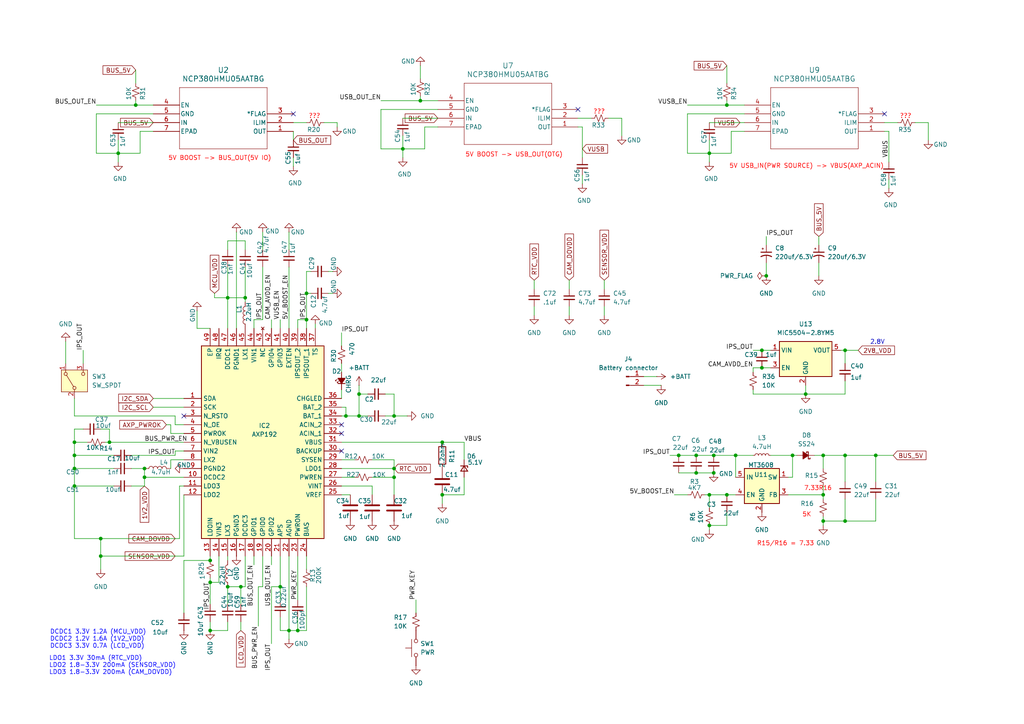
<source format=kicad_sch>
(kicad_sch (version 20240602) (generator "eeschema") (generator_version "8.99")
  (paper "A4")
  (title_block (title "BEEPRO") (date "2024-07-07") (rev "v1.0") (company "Buildybee"))
  (text "5V BOOST -> BUS_OUT(5V IO)\n" (at 63.754 45.974 0) (effects (font (size 1.27 1.27))))
  (text "DCDC1 3.3V 1.2A (MCU_VDD)\nDCDC2 1.2V 1.6A (1V2_VDD)\nDCDC3 3.3V 0.7A (LCD_VDD)" (at 14.478 185.42 0) (effects (font (size 1.27 1.27)) (justify left)))
  (text "R15/R16 = 7.33" (at 227.838 157.734 0) (effects (font (size 1.27 1.27))))
  (text "2.8V" (at 254.508 99.314 0) (effects (font (size 1.27 1.27))))
  (text "5V USB_IN(PWR SOURCE) -> VBUS(AXP_ACIN)\n" (at 233.934 48.26 0) (effects (font (size 1.27 1.27))))
  (text "LDO1 3.3V 30mA (RTC_VDD)\nLDO2 1.8-3.3V 200mA (SENSOR_VDD)\nLDO3 1.8-3.3V 200mA (CAM_DOVDD)" (at 14.224 193.04 0) (effects (font (size 1.27 1.27)) (justify left)))
  (text "5V BOOST -> USB_OUT(OTG)\n" (at 149.098 44.958 0) (effects (font (size 1.27 1.27))))
  (junction (at 229.87 132.08))
  (junction (at 31.75 128.27))
  (junction (at 238.76 143.51))
  (junction (at 233.68 114.3))
  (junction (at 213.36 132.08))
  (junction (at 100.33 120.65))
  (junction (at 205.74 143.51))
  (junction (at 21.59 140.97))
  (junction (at 245.11 132.08))
  (junction (at 29.21 161.29))
  (junction (at 128.27 143.51))
  (junction (at 41.91 138.43))
  (junction (at 21.59 135.89))
  (junction (at 104.14 120.65))
  (junction (at 60.96 182.88))
  (junction (at 86.36 182.88))
  (junction (at 121.92 29.21))
  (junction (at 238.76 151.13))
  (junction (at 114.3 135.89))
  (junction (at 207.01 137.16))
  (junction (at 41.91 135.89))
  (junction (at 88.9 92.71))
  (junction (at 66.04 86.36))
  (junction (at 71.12 86.36))
  (junction (at 245.11 151.13))
  (junction (at 238.76 132.08))
  (junction (at 60.96 162.56))
  (junction (at 83.82 182.88))
  (junction (at 21.59 132.08))
  (junction (at 114.3 120.65))
  (junction (at 60.96 168.91))
  (junction (at 201.93 132.08))
  (junction (at 69.85 170.18))
  (junction (at 222.25 80.01))
  (junction (at 220.98 106.68))
  (junction (at 205.74 44.45))
  (junction (at 196.85 132.08))
  (junction (at 210.82 30.48))
  (junction (at 210.82 143.51))
  (junction (at 21.59 128.27))
  (junction (at 128.27 128.27))
  (junction (at 245.11 101.6))
  (junction (at 29.21 156.21))
  (junction (at 34.29 44.45))
  (junction (at 116.84 43.18))
  (junction (at 39.37 30.48))
  (junction (at 66.04 170.18))
  (junction (at 104.14 114.3))
  (junction (at 114.3 138.43))
  (junction (at 205.74 152.4))
  (junction (at 207.01 132.08))
  (junction (at 201.93 137.16))
  (junction (at 88.9 85.09))
  (junction (at 220.98 101.6))
  (junction (at 254 132.08))
  (junction (at 81.28 170.18))
  (no_connect (at 85.09 33.02))
  (no_connect (at 99.06 125.73))
  (no_connect (at 53.34 120.65))
  (no_connect (at 256.54 33.02))
  (no_connect (at 99.06 130.81))
  (no_connect (at 99.06 123.19))
  (no_connect (at 167.64 31.75))
  (wire (pts (xy 85.09 45.72) (xy 85.09 48.26)))
  (wire (pts (xy 86.36 179.07) (xy 86.36 182.88)))
  (wire (pts (xy 41.91 138.43) (xy 53.34 138.43)))
  (wire (pts (xy 50.8 130.81) (xy 50.8 132.08)))
  (wire (pts (xy 218.44 113.03) (xy 218.44 114.3)))
  (wire (pts (xy 154.94 83.82) (xy 154.94 81.28)))
  (wire (pts (xy 190.5 109.22) (xy 186.69 109.22)))
  (wire (pts (xy 120.65 173.99) (xy 120.65 177.8)))
  (wire (pts (xy 52.07 156.21) (xy 52.07 140.97)))
  (wire (pts (xy 60.96 168.91) (xy 63.5 168.91)))
  (wire (pts (xy 111.76 114.3) (xy 114.3 114.3)))
  (wire (pts (xy 27.94 33.02) (xy 27.94 44.45)))
  (wire (pts (xy 215.9 33.02) (xy 199.39 33.02)))
  (wire (pts (xy 210.82 29.21) (xy 210.82 30.48)))
  (wire (pts (xy 123.19 36.83) (xy 123.19 43.18)))
  (wire (pts (xy 107.95 138.43) (xy 114.3 138.43)))
  (wire (pts (xy 210.82 148.59) (xy 210.82 152.4)))
  (wire (pts (xy 204.47 143.51) (xy 205.74 143.51)))
  (wire (pts (xy 63.5 168.91) (xy 63.5 161.29)))
  (wire (pts (xy 222.25 80.01) (xy 222.25 76.2)))
  (wire (pts (xy 39.37 20.32) (xy 39.37 24.13)))
  (wire (pts (xy 121.92 27.94) (xy 121.92 29.21)))
  (wire (pts (xy 254 144.78) (xy 254 151.13)))
  (wire (pts (xy 57.15 95.25) (xy 60.96 95.25)))
  (wire (pts (xy 104.14 114.3) (xy 106.68 114.3)))
  (wire (pts (xy 74.93 170.18) (xy 76.2 170.18)))
  (wire (pts (xy 29.21 161.29) (xy 53.34 161.29)))
  (wire (pts (xy 210.82 152.4) (xy 205.74 152.4)))
  (wire (pts (xy 34.29 46.99) (xy 34.29 44.45)))
  (wire (pts (xy 165.1 83.82) (xy 165.1 81.28)))
  (wire (pts (xy 91.44 93.98) (xy 91.44 95.25)))
  (wire (pts (xy 27.94 44.45) (xy 34.29 44.45)))
  (wire (pts (xy 212.09 38.1) (xy 212.09 44.45)))
  (wire (pts (xy 97.79 35.56) (xy 93.98 35.56)))
  (wire (pts (xy 154.94 91.44) (xy 154.94 88.9)))
  (wire (pts (xy 38.1 135.89) (xy 41.91 135.89)))
  (wire (pts (xy 78.74 163.83) (xy 78.74 161.29)))
  (wire (pts (xy 74.93 170.18) (xy 74.93 181.61)))
  (wire (pts (xy 71.12 161.29) (xy 71.12 170.18)))
  (wire (pts (xy 83.82 182.88) (xy 83.82 185.42)))
  (wire (pts (xy 53.34 161.29) (xy 53.34 143.51)))
  (wire (pts (xy 83.82 77.47) (xy 83.82 95.25)))
  (wire (pts (xy 256.54 38.1) (xy 257.81 38.1)))
  (wire (pts (xy 66.04 86.36) (xy 66.04 95.25)))
  (wire (pts (xy 100.33 118.11) (xy 100.33 120.65)))
  (wire (pts (xy 104.14 120.65) (xy 106.68 120.65)))
  (wire (pts (xy 229.87 132.08) (xy 231.14 132.08)))
  (wire (pts (xy 167.64 36.83) (xy 168.91 36.83)))
  (wire (pts (xy 44.45 115.57) (xy 53.34 115.57)))
  (wire (pts (xy 269.24 35.56) (xy 265.43 35.56)))
  (wire (pts (xy 21.59 140.97) (xy 21.59 156.21)))
  (wire (pts (xy 114.3 114.3) (xy 114.3 120.65)))
  (wire (pts (xy 76.2 92.71) (xy 73.66 92.71)))
  (wire (pts (xy 245.11 110.49) (xy 245.11 114.3)))
  (wire (pts (xy 78.74 170.18) (xy 81.28 170.18)))
  (wire (pts (xy 88.9 85.09) (xy 90.17 85.09)))
  (wire (pts (xy 223.52 132.08) (xy 229.87 132.08)))
  (wire (pts (xy 88.9 85.09) (xy 88.9 92.71)))
  (wire (pts (xy 41.91 140.97) (xy 38.1 140.97)))
  (wire (pts (xy 29.21 124.46) (xy 31.75 124.46)))
  (wire (pts (xy 81.28 170.18) (xy 81.28 173.99)))
  (wire (pts (xy 114.3 135.89) (xy 114.3 138.43)))
  (wire (pts (xy 29.21 161.29) (xy 29.21 165.1)))
  (wire (pts (xy 76.2 67.31) (xy 76.2 72.39)))
  (wire (pts (xy 127 36.83) (xy 123.19 36.83)))
  (wire (pts (xy 71.12 77.47) (xy 71.12 86.36)))
  (wire (pts (xy 44.45 33.02) (xy 27.94 33.02)))
  (wire (pts (xy 205.74 153.67) (xy 205.74 152.4)))
  (wire (pts (xy 222.25 71.12) (xy 222.25 68.58)))
  (wire (pts (xy 21.59 124.46) (xy 21.59 128.27)))
  (wire (pts (xy 238.76 132.08) (xy 238.76 135.89)))
  (wire (pts (xy 114.3 138.43) (xy 114.3 143.51)))
  (wire (pts (xy 52.07 140.97) (xy 53.34 140.97)))
  (wire (pts (xy 110.49 43.18) (xy 116.84 43.18)))
  (wire (pts (xy 256.54 35.56) (xy 260.35 35.56)))
  (wire (pts (xy 99.06 120.65) (xy 100.33 120.65)))
  (wire (pts (xy 29.21 156.21) (xy 29.21 161.29)))
  (wire (pts (xy 237.49 80.01) (xy 237.49 76.2)))
  (wire (pts (xy 229.87 138.43) (xy 229.87 132.08)))
  (wire (pts (xy 21.59 135.89) (xy 33.02 135.89)))
  (wire (pts (xy 21.59 120.65) (xy 21.59 115.57)))
  (wire (pts (xy 78.74 92.71) (xy 78.74 95.25)))
  (wire (pts (xy 66.04 69.85) (xy 66.04 72.39)))
  (wire (pts (xy 19.05 99.06) (xy 19.05 105.41)))
  (wire (pts (xy 215.9 38.1) (xy 212.09 38.1)))
  (wire (pts (xy 49.53 133.35) (xy 49.53 135.89)))
  (wire (pts (xy 44.45 35.56) (xy 34.29 35.56)))
  (wire (pts (xy 245.11 151.13) (xy 254 151.13)))
  (wire (pts (xy 95.25 85.09) (xy 96.52 85.09)))
  (wire (pts (xy 201.93 132.08) (xy 207.01 132.08)))
  (wire (pts (xy 38.1 132.08) (xy 50.8 132.08)))
  (wire (pts (xy 248.92 101.6) (xy 245.11 101.6)))
  (wire (pts (xy 194.31 132.08) (xy 196.85 132.08)))
  (wire (pts (xy 238.76 140.97) (xy 238.76 143.51)))
  (wire (pts (xy 238.76 152.4) (xy 238.76 151.13)))
  (wire (pts (xy 39.37 29.21) (xy 39.37 30.48)))
  (wire (pts (xy 66.04 162.56) (xy 66.04 161.29)))
  (wire (pts (xy 66.04 77.47) (xy 66.04 86.36)))
  (wire (pts (xy 68.58 67.31) (xy 68.58 95.25)))
  (wire (pts (xy 88.9 78.74) (xy 88.9 85.09)))
  (wire (pts (xy 31.75 128.27) (xy 31.75 124.46)))
  (wire (pts (xy 245.11 101.6) (xy 243.84 101.6)))
  (wire (pts (xy 205.74 143.51) (xy 210.82 143.51)))
  (wire (pts (xy 44.45 38.1) (xy 40.64 38.1)))
  (wire (pts (xy 165.1 91.44) (xy 165.1 88.9)))
  (wire (pts (xy 121.92 19.05) (xy 121.92 22.86)))
  (wire (pts (xy 180.34 34.29) (xy 176.53 34.29)))
  (wire (pts (xy 213.36 132.08) (xy 213.36 138.43)))
  (wire (pts (xy 81.28 92.71) (xy 81.28 95.25)))
  (wire (pts (xy 69.85 170.18) (xy 71.12 170.18)))
  (wire (pts (xy 207.01 132.08) (xy 213.36 132.08)))
  (wire (pts (xy 60.96 167.64) (xy 60.96 168.91)))
  (wire (pts (xy 220.98 101.6) (xy 223.52 101.6)))
  (wire (pts (xy 107.95 140.97) (xy 99.06 140.97)))
  (wire (pts (xy 205.74 143.51) (xy 205.74 147.32)))
  (wire (pts (xy 99.06 100.33) (xy 99.06 96.52)))
  (wire (pts (xy 49.53 123.19) (xy 49.53 125.73)))
  (wire (pts (xy 97.79 36.83) (xy 97.79 35.56)))
  (wire (pts (xy 233.68 111.76) (xy 233.68 114.3)))
  (wire (pts (xy 53.34 162.56) (xy 60.96 162.56)))
  (wire (pts (xy 31.75 128.27) (xy 53.34 128.27)))
  (wire (pts (xy 21.59 128.27) (xy 21.59 132.08)))
  (wire (pts (xy 114.3 135.89) (xy 114.3 133.35)))
  (wire (pts (xy 57.15 90.17) (xy 57.15 95.25)))
  (wire (pts (xy 104.14 114.3) (xy 104.14 120.65)))
  (wire (pts (xy 60.96 180.34) (xy 60.96 182.88)))
  (wire (pts (xy 168.91 50.8) (xy 168.91 53.34)))
  (wire (pts (xy 99.06 105.41) (xy 99.06 107.95)))
  (wire (pts (xy 34.29 40.64) (xy 34.29 44.45)))
  (wire (pts (xy 73.66 161.29) (xy 73.66 163.83)))
  (wire (pts (xy 21.59 128.27) (xy 25.4 128.27)))
  (wire (pts (xy 269.24 40.64) (xy 269.24 35.56)))
  (wire (pts (xy 81.28 179.07) (xy 81.28 182.88)))
  (wire (pts (xy 27.94 30.48) (xy 39.37 30.48)))
  (wire (pts (xy 114.3 120.65) (xy 118.11 120.65)))
  (wire (pts (xy 101.6 143.51) (xy 99.06 143.51)))
  (wire (pts (xy 254 139.7) (xy 254 132.08)))
  (wire (pts (xy 66.04 180.34) (xy 66.04 182.88)))
  (wire (pts (xy 24.13 101.6) (xy 24.13 105.41)))
  (wire (pts (xy 116.84 45.72) (xy 116.84 43.18)))
  (wire (pts (xy 205.74 35.56) (xy 215.9 35.56)))
  (wire (pts (xy 257.81 38.1) (xy 257.81 46.99)))
  (wire (pts (xy 218.44 114.3) (xy 233.68 114.3)))
  (wire (pts (xy 236.22 132.08) (xy 238.76 132.08)))
  (wire (pts (xy 228.6 138.43) (xy 229.87 138.43)))
  (wire (pts (xy 245.11 132.08) (xy 245.11 139.7)))
  (wire (pts (xy 66.04 182.88) (xy 60.96 182.88)))
  (wire (pts (xy 210.82 19.05) (xy 210.82 24.13)))
  (wire (pts (xy 41.91 135.89) (xy 41.91 138.43)))
  (wire (pts (xy 134.62 143.51) (xy 128.27 143.51)))
  (wire (pts (xy 127 34.29) (xy 116.84 34.29)))
  (wire (pts (xy 199.39 30.48) (xy 210.82 30.48)))
  (wire (pts (xy 88.9 78.74) (xy 90.17 78.74)))
  (wire (pts (xy 167.64 34.29) (xy 171.45 34.29)))
  (wire (pts (xy 69.85 180.34) (xy 69.85 182.88)))
  (wire (pts (xy 66.04 69.85) (xy 71.12 69.85)))
  (wire (pts (xy 66.04 175.26) (xy 66.04 170.18)))
  (wire (pts (xy 29.21 156.21) (xy 52.07 156.21)))
  (wire (pts (xy 175.26 83.82) (xy 175.26 81.28)))
  (wire (pts (xy 44.45 118.11) (xy 53.34 118.11)))
  (wire (pts (xy 99.06 138.43) (xy 102.87 138.43)))
  (wire (pts (xy 66.04 170.18) (xy 69.85 170.18)))
  (wire (pts (xy 196.85 137.16) (xy 201.93 137.16)))
  (wire (pts (xy 83.82 182.88) (xy 86.36 182.88)))
  (wire (pts (xy 245.11 101.6) (xy 245.11 105.41)))
  (wire (pts (xy 191.77 111.76) (xy 186.69 111.76)))
  (wire (pts (xy 88.9 170.18) (xy 88.9 182.88)))
  (wire (pts (xy 104.14 111.76) (xy 104.14 114.3)))
  (wire (pts (xy 83.82 67.31) (xy 83.82 72.39)))
  (wire (pts (xy 100.33 120.65) (xy 104.14 120.65)))
  (wire (pts (xy 73.66 92.71) (xy 73.66 95.25)))
  (wire (pts (xy 180.34 39.37) (xy 180.34 34.29)))
  (wire (pts (xy 71.12 69.85) (xy 71.12 72.39)))
  (wire (pts (xy 41.91 138.43) (xy 41.91 140.97)))
  (wire (pts (xy 134.62 128.27) (xy 134.62 133.35)))
  (wire (pts (xy 86.36 92.71) (xy 88.9 92.71)))
  (wire (pts (xy 210.82 30.48) (xy 215.9 30.48)))
  (wire (pts (xy 39.37 30.48) (xy 44.45 30.48)))
  (wire (pts (xy 111.76 120.65) (xy 114.3 120.65)))
  (wire (pts (xy 85.09 35.56) (xy 88.9 35.56)))
  (wire (pts (xy 76.2 170.18) (xy 76.2 161.29)))
  (wire (pts (xy 99.06 133.35) (xy 102.87 133.35)))
  (wire (pts (xy 62.23 85.09) (xy 62.23 86.36)))
  (wire (pts (xy 99.06 135.89) (xy 114.3 135.89)))
  (wire (pts (xy 40.64 38.1) (xy 40.64 44.45)))
  (wire (pts (xy 220.98 106.68) (xy 223.52 106.68)))
  (wire (pts (xy 199.39 44.45) (xy 205.74 44.45)))
  (wire (pts (xy 116.84 43.18) (xy 123.19 43.18)))
  (wire (pts (xy 168.91 36.83) (xy 168.91 45.72)))
  (wire (pts (xy 134.62 138.43) (xy 134.62 143.51)))
  (wire (pts (xy 213.36 132.08) (xy 218.44 132.08)))
  (wire (pts (xy 78.74 170.18) (xy 78.74 186.69)))
  (wire (pts (xy 53.34 177.8) (xy 53.34 162.56)))
  (wire (pts (xy 238.76 132.08) (xy 245.11 132.08)))
  (wire (pts (xy 95.25 78.74) (xy 96.52 78.74)))
  (wire (pts (xy 128.27 146.05) (xy 128.27 143.51)))
  (wire (pts (xy 21.59 132.08) (xy 33.02 132.08)))
  (wire (pts (xy 99.06 128.27) (xy 128.27 128.27)))
  (wire (pts (xy 127 31.75) (xy 110.49 31.75)))
  (wire (pts (xy 99.06 113.03) (xy 99.06 115.57)))
  (wire (pts (xy 83.82 161.29) (xy 83.82 182.88)))
  (wire (pts (xy 238.76 151.13) (xy 238.76 149.86)))
  (wire (pts (xy 21.59 156.21) (xy 29.21 156.21)))
  (wire (pts (xy 66.04 86.36) (xy 71.12 86.36)))
  (wire (pts (xy 121.92 29.21) (xy 127 29.21)))
  (wire (pts (xy 21.59 124.46) (xy 24.13 124.46)))
  (wire (pts (xy 81.28 182.88) (xy 83.82 182.88)))
  (wire (pts (xy 21.59 140.97) (xy 33.02 140.97)))
  (wire (pts (xy 86.36 161.29) (xy 86.36 173.99)))
  (wire (pts (xy 50.8 120.65) (xy 21.59 120.65)))
  (wire (pts (xy 48.26 123.19) (xy 49.53 123.19)))
  (wire (pts (xy 110.49 31.75) (xy 110.49 43.18)))
  (wire (pts (xy 53.34 133.35) (xy 49.53 133.35)))
  (wire (pts (xy 196.85 132.08) (xy 201.93 132.08)))
  (wire (pts (xy 218.44 106.68) (xy 220.98 106.68)))
  (wire (pts (xy 245.11 144.78) (xy 245.11 151.13)))
  (wire (pts (xy 88.9 92.71) (xy 88.9 95.25)))
  (wire (pts (xy 238.76 144.78) (xy 238.76 143.51)))
  (wire (pts (xy 107.95 143.51) (xy 107.95 140.97)))
  (wire (pts (xy 107.95 133.35) (xy 114.3 133.35)))
  (wire (pts (xy 116.84 39.37) (xy 116.84 43.18)))
  (wire (pts (xy 53.34 130.81) (xy 50.8 130.81)))
  (wire (pts (xy 34.29 44.45) (xy 40.64 44.45)))
  (wire (pts (xy 60.96 168.91) (xy 60.96 175.26)))
  (wire (pts (xy 76.2 77.47) (xy 76.2 92.71)))
  (wire (pts (xy 238.76 151.13) (xy 245.11 151.13)))
  (wire (pts (xy 50.8 123.19) (xy 53.34 123.19)))
  (wire (pts (xy 245.11 114.3) (xy 233.68 114.3)))
  (wire (pts (xy 201.93 137.16) (xy 207.01 137.16)))
  (wire (pts (xy 49.53 125.73) (xy 53.34 125.73)))
  (wire (pts (xy 228.6 143.51) (xy 238.76 143.51)))
  (wire (pts (xy 88.9 182.88) (xy 86.36 182.88)))
  (wire (pts (xy 69.85 170.18) (xy 69.85 175.26)))
  (wire (pts (xy 30.48 128.27) (xy 31.75 128.27)))
  (wire (pts (xy 110.49 29.21) (xy 121.92 29.21)))
  (wire (pts (xy 199.39 33.02) (xy 199.39 44.45)))
  (wire (pts (xy 205.74 46.99) (xy 205.74 44.45)))
  (wire (pts (xy 60.96 162.56) (xy 60.96 161.29)))
  (wire (pts (xy 218.44 101.6) (xy 220.98 101.6)))
  (wire (pts (xy 245.11 132.08) (xy 254 132.08)))
  (wire (pts (xy 128.27 128.27) (xy 134.62 128.27)))
  (wire (pts (xy 81.28 161.29) (xy 81.28 170.18)))
  (wire (pts (xy 71.12 86.36) (xy 71.12 87.63)))
  (wire (pts (xy 237.49 71.12) (xy 237.49 68.58)))
  (wire (pts (xy 21.59 135.89) (xy 21.59 140.97)))
  (wire (pts (xy 195.58 143.51) (xy 199.39 143.51)))
  (wire (pts (xy 210.82 143.51) (xy 213.36 143.51)))
  (wire (pts (xy 88.9 161.29) (xy 88.9 165.1)))
  (wire (pts (xy 205.74 40.64) (xy 205.74 44.45)))
  (wire (pts (xy 86.36 95.25) (xy 86.36 92.71)))
  (wire (pts (xy 50.8 120.65) (xy 50.8 123.19)))
  (wire (pts (xy 257.81 52.07) (xy 257.81 54.61)))
  (wire (pts (xy 175.26 91.44) (xy 175.26 88.9)))
  (wire (pts (xy 21.59 132.08) (xy 21.59 135.89)))
  (wire (pts (xy 205.74 44.45) (xy 212.09 44.45)))
  (wire (pts (xy 218.44 107.95) (xy 218.44 106.68)))
  (wire (pts (xy 62.23 86.36) (xy 66.04 86.36)))
  (wire (pts (xy 254 132.08) (xy 259.08 132.08)))
  (wire (pts (xy 85.09 38.1) (xy 85.09 40.64)))
  (wire (pts (xy 99.06 118.11) (xy 100.33 118.11)))
  (label "CAM_AVDD_EN" (at 218.44 106.68 180))
  (label "USB_OUT_EN" (at 78.74 163.83 270))
  (label "BUS_PWR_EN" (at 41.91 128.27 0))
  (label "BUS_OUT_EN" (at 27.94 30.48 180))
  (label "IPS_OUT" (at 78.74 186.69 270))
  (label "BUS_OUT_EN" (at 73.66 163.83 270))
  (label "VUSB_EN" (at 199.39 30.48 180))
  (label "IPS_OUT" (at 99.06 96.52 0))
  (label "IPS_OUT" (at 218.44 101.6 180))
  (label "VBUS" (at 257.81 45.72 90))
  (label "BUS_PWR_EN" (at 74.93 181.61 270))
  (label "PWR_KEY" (at 120.65 173.99 90))
  (label "5V_BOOST_EN" (at 83.82 92.71 90))
  (label "IPS_OUT" (at 50.8 132.08 180))
  (label "USB_OUT_EN" (at 110.49 29.21 180))
  (label "VBUS" (at 134.62 128.27 0))
  (label "VUSB_EN" (at 81.28 92.71 90))
  (label "IPS_OUT" (at 24.13 101.6 90))
  (label "IPS_OUT" (at 60.96 168.91 270))
  (label "PWR_KEY" (at 86.36 173.99 90))
  (label "IPS_OUT" (at 194.31 132.08 180))
  (label "5V_BOOST_EN" (at 195.58 143.51 180))
  (label "IPS_OUT" (at 88.9 92.71 90))
  (label "CAM_AVDD_EN" (at 78.74 92.71 90))
  (label "IPS_OUT" (at 76.2 92.71 90))
  (label "IPS_OUT" (at 222.25 68.58 0))
  (global_label "BUS_5V" (shape input) (at 259.08 132.08 0) (property "Intersheetrefs" "${INTERSHEET_REFS}" (effects (hide yes))))
  (global_label "I2C_SDA" (shape input) (at 44.45 115.57 180) (property "Intersheetrefs" "${INTERSHEET_REFS}" (effects (hide yes))))
  (global_label "SENSOR_VDD" (shape input) (at 175.26 81.28 90) (property "Intersheetrefs" "${INTERSHEET_REFS}" (effects (hide yes))))
  (global_label "RTC_VDD" (shape input) (at 154.94 81.28 90) (property "Intersheetrefs" "${INTERSHEET_REFS}" (effects (hide yes))))
  (global_label "LCD_VDD" (shape input) (at 69.85 182.88 270) (property "Intersheetrefs" "${INTERSHEET_REFS}" (effects (hide yes))))
  (global_label "AXP_PWROK" (shape input) (at 48.26 123.19 180) (property "Intersheetrefs" "${INTERSHEET_REFS}" (effects (hide yes))))
  (global_label "CAM_DOVDD" (shape input) (at 165.1 81.28 90) (property "Intersheetrefs" "${INTERSHEET_REFS}" (effects (hide yes))))
  (global_label "RTC_VDD" (shape input) (at 114.3 135.89 0) (property "Intersheetrefs" "${INTERSHEET_REFS}" (effects (hide yes))))
  (global_label "I2C_SCL" (shape input) (at 44.45 118.11 180) (property "Intersheetrefs" "${INTERSHEET_REFS}" (effects (hide yes))))
  (global_label "BUS_5V" (shape input) (at 44.45 35.56 180) (property "Intersheetrefs" "${INTERSHEET_REFS}" (effects (hide yes))))
  (global_label "BUS_5V" (shape input) (at 127 34.29 180) (property "Intersheetrefs" "${INTERSHEET_REFS}" (effects (hide yes))))
  (global_label "SENSOR_VDD" (shape input) (at 50.8 161.29 180) (property "Intersheetrefs" "${INTERSHEET_REFS}" (effects (hide yes))))
  (global_label "VUSB" (shape input) (at 168.91 43.18 0) (property "Intersheetrefs" "${INTERSHEET_REFS}" (effects (hide yes))))
  (global_label "BUS_5V" (shape input) (at 237.49 68.58 90) (property "Intersheetrefs" "${INTERSHEET_REFS}" (effects (hide yes))))
  (global_label "BUS_5V" (shape input) (at 210.82 19.05 180) (property "Intersheetrefs" "${INTERSHEET_REFS}" (effects (hide yes))))
  (global_label "1V2_VDD" (shape input) (at 41.91 140.97 270) (property "Intersheetrefs" "${INTERSHEET_REFS}" (effects (hide yes))))
  (global_label "MCU_VDD" (shape input) (at 62.23 85.09 90) (property "Intersheetrefs" "${INTERSHEET_REFS}" (effects (hide yes))))
  (global_label "2V8_VDD" (shape input) (at 248.92 101.6 0) (property "Intersheetrefs" "${INTERSHEET_REFS}" (effects (hide yes))))
  (global_label "CAM_DOVDD" (shape input) (at 50.8 156.21 180) (property "Intersheetrefs" "${INTERSHEET_REFS}" (effects (hide yes))))
  (global_label "VUSB" (shape input) (at 214.63 35.56 180) (property "Intersheetrefs" "${INTERSHEET_REFS}" (effects (hide yes))))
  (global_label "BUS_5V" (shape input) (at 39.37 20.32 180) (property "Intersheetrefs" "${INTERSHEET_REFS}" (effects (hide yes))))
  (global_label "BUS_OUT" (shape input) (at 85.09 40.64 0) (property "Intersheetrefs" "${INTERSHEET_REFS}" (effects (hide yes))))
  (symbol (lib_id "power:+BATT") (at 190.5 109.22 270) (unit 1)
    (property "Reference" "#PWR043" (effects (hide yes)))
    (property "Value" "+BATT" (at 194.31 109.2199 90) (effects (justify left)))
    (property "Description" "Power symbol creates a global label with name \"+BATT\"" (effects (hide yes)))
  )
  (symbol (lib_id "Device:C_Small") (at 83.82 74.93 0) (unit 1)
    (property "Reference" "C47" (at 82.55 73.66 90) (effects (justify left)))
    (property "Value" "1uf" (at 84.836 73.66 90) (effects (justify left)))
    (property "Footprint" "Capacitor_SMD:C_0603_1608Metric_Pad1.08x0.95mm_HandSolder" (effects (hide yes)))
    (property "Description" "Unpolarized capacitor, small symbol" (effects (hide yes)))
  )
  (symbol (lib_id "Device:C_Small") (at 210.82 146.05 0) (unit 1)
    (property "Reference" "C3" (at 204.978 146.304 0) (effects (justify left)))
    (property "Value" "22uf" (at 209.804 148.844 0) (effects (justify left)))
    (property "Footprint" "Capacitor_SMD:C_0603_1608Metric_Pad1.08x0.95mm_HandSolder" (effects (hide yes)))
    (property "Description" "Unpolarized capacitor, small symbol" (effects (hide yes)))
  )
  (symbol (lib_id "Device:LED_Small_Filled") (at 99.06 110.49 90) (unit 1)
    (property "Reference" "D2" (at 96.266 107.696 90) (effects (justify right)))
    (property "Value" "CHRG" (at 101.092 108.712 0) (effects (justify right)))
    (property "Footprint" "LED_SMD:LED_0603_1608Metric_Pad1.05x0.95mm_HandSolder" (effects (hide yes)))
    (property "Description" "Light emitting diode, small symbol, filled shape" (effects (hide yes)))
  )
  (symbol (lib_id "Device:R_Small_US") (at 27.94 128.27 270) (unit 1)
    (property "Reference" "R14" (at 30.734 130.048 90))
    (property "Value" "10K" (at 26.924 129.794 90))
    (property "Footprint" "Resistor_SMD:R_0603_1608Metric_Pad0.98x0.95mm_HandSolder" (effects (hide yes)))
    (property "Description" "Resistor, small US symbol" (effects (hide yes)))
  )
  (symbol (lib_id "power:GND") (at 128.27 146.05 0) (unit 1)
    (property "Reference" "#PWR012" (effects (hide yes)))
    (property "Value" "GND" (at 128.27 151.13 0))
    (property "Description" "Power symbol creates a global label with name \"GND\" , ground" (effects (hide yes)))
  )
  (symbol (lib_id "power:GND") (at 120.65 193.04 0) (unit 1)
    (property "Reference" "#PWR016" (effects (hide yes)))
    (property "Value" "GND" (at 120.65 198.12 0))
    (property "Description" "Power symbol creates a global label with name \"GND\" , ground" (effects (hide yes)))
  )
  (symbol (lib_id "Device:C_Small") (at 168.91 48.26 0) (unit 1)
    (property "Reference" "C56" (at 167.386 52.832 90) (effects (justify left)))
    (property "Value" "1uf" (at 170.18 52.832 90) (effects (justify left)))
    (property "Footprint" "Capacitor_SMD:C_0603_1608Metric_Pad1.08x0.95mm_HandSolder" (effects (hide yes)))
    (property "Description" "Unpolarized capacitor, small symbol" (effects (hide yes)))
  )
  (symbol (lib_id "power:GND") (at 68.58 67.31 0) (mirror x) (unit 1)
    (property "Reference" "#PWR060" (effects (hide yes)))
    (property "Value" "GND" (at 71.374 67.31 0))
    (property "Description" "Power symbol creates a global label with name \"GND\" , ground" (effects (hide yes)))
  )
  (symbol (lib_id "Device:D_Schottky_Small_Filled") (at 233.68 132.08 180) (unit 1)
    (property "Reference" "D8" (at 233.934 126.238 0))
    (property "Value" "SS24" (at 233.934 128.778 0))
    (property "Footprint" "Diode_SMD:D_SMA" (effects (hide yes)))
    (property "Description" "Schottky diode, small symbol, filled shape" (effects (hide yes)))
  )
  (symbol (lib_id "power:GND") (at 60.96 182.88 0) (unit 1)
    (property "Reference" "#PWR061" (effects (hide yes)))
    (property "Value" "GND" (at 60.96 187.96 90))
    (property "Description" "Power symbol creates a global label with name \"GND\" , ground" (effects (hide yes)))
  )
  (symbol (lib_id "Device:L_Small") (at 220.98 132.08 90) (unit 1)
    (property "Reference" "L3" (at 220.98 127 90))
    (property "Value" "4.7uH" (at 220.98 129.54 90))
    (property "Footprint" "Inductor_SMD:L_Changjiang_FNR5012S" (effects (hide yes)))
    (property "Description" "Inductor, small symbol" (effects (hide yes)))
  )
  (symbol (lib_id "Device:C_Small") (at 116.84 36.83 0) (unit 1)
    (property "Reference" "C54" (at 115.316 41.402 90) (effects (justify left)))
    (property "Value" "1uf" (at 118.11 41.402 90) (effects (justify left)))
    (property "Footprint" "Capacitor_SMD:C_0603_1608Metric_Pad1.08x0.95mm_HandSolder" (effects (hide yes)))
    (property "Description" "Unpolarized capacitor, small symbol" (effects (hide yes)))
  )
  (symbol (lib_id "Device:C_Small") (at 196.85 134.62 0) (unit 1)
    (property "Reference" "C7" (at 194.818 127.254 0) (effects (justify left)))
    (property "Value" "22uf" (at 195.072 129.794 0) (effects (justify left)))
    (property "Footprint" "Capacitor_SMD:C_0603_1608Metric_Pad1.08x0.95mm_HandSolder" (effects (hide yes)))
    (property "Description" "Unpolarized capacitor, small symbol" (effects (hide yes)))
  )
  (symbol (lib_id "power:GND") (at 34.29 46.99 0) (unit 1)
    (property "Reference" "#PWR018" (effects (hide yes)))
    (property "Value" "GND" (at 34.798 51.816 0))
    (property "Description" "Power symbol creates a global label with name \"GND\" , ground" (effects (hide yes)))
  )
  (symbol (lib_id "AXP192:AXP192") (at 53.34 115.57 0) (unit 1)
    (property "Reference" "IC2" (at 76.708 123.444 0))
    (property "Value" "AXP192" (at 76.708 125.984 0))
    (property "Footprint" "AXP192:QFN40P600X600X92-49N-D" (effects (hide yes)))
    (property "Datasheet" "http://www.x-powers.com/en.php/Info/down/id/50" (effects (hide yes)))
    (property "Description" "Power System Management IC Chip" (effects (hide yes)))
    (property "Height" "0.92" (effects (hide yes)))
    (property "Manufacturer_Name" "X-Powers" (effects (hide yes)))
    (property "Manufacturer_Part_Number" "AXP192" (effects (hide yes)))
  )
  (symbol (lib_id "Device:C_Small") (at 245.11 142.24 0) (unit 1)
    (property "Reference" "C49" (at 247.65 140.9762 0) (effects (justify left)))
    (property "Value" "22uf" (at 247.65 143.5162 0) (effects (justify left)))
    (property "Footprint" "Capacitor_SMD:C_0603_1608Metric_Pad1.08x0.95mm_HandSolder" (effects (hide yes)))
    (property "Description" "Unpolarized capacitor, small symbol" (effects (hide yes)))
  )
  (symbol (lib_id "Device:L") (at 71.12 91.44 0) (mirror y) (unit 1)
    (property "Reference" "L1" (at 69.342 88.392 90) (effects (justify right)))
    (property "Value" "2.2uH" (at 72.136 87.63 90) (effects (justify right)))
    (property "Footprint" "Inductor_SMD:L_Cenker_CKCS252012" (effects (hide yes)))
    (property "Description" "Inductor" (effects (hide yes)))
  )
  (symbol (lib_id "power:GND") (at 76.2 67.31 180) (unit 1)
    (property "Reference" "#PWR058" (effects (hide yes)))
    (property "Value" "GND" (at 76.962 67.056 0) (effects (justify right)))
    (property "Description" "Power symbol creates a global label with name \"GND\" , ground" (effects (hide yes)))
  )
  (symbol (lib_id "NCP380HMU05AATBG:NCP380HMU05AATBG") (at 167.64 36.83 180) (unit 1)
    (property "Reference" "U7" (at 147.32 19.05 0) (effects (font (size 1.524 1.524))))
    (property "Value" "NCP380HMU05AATBG" (at 147.32 21.59 0) (effects (font (size 1.524 1.524))))
    (property "Footprint" "NCP380HMU05AATBG:UDFN6_2X2_ONS" (effects (hide yes)))
    (property "Datasheet" "NCP380HMU05AATBG" (effects (hide yes)))
  )
  (symbol (lib_id "power:GND") (at 83.82 67.31 180) (unit 1)
    (property "Reference" "#PWR063" (effects (hide yes)))
    (property "Value" "GND" (at 86.36 67.31 0))
    (property "Description" "Power symbol creates a global label with name \"GND\" , ground" (effects (hide yes)))
  )
  (symbol (lib_id "power:GND") (at 85.09 48.26 0) (unit 1)
    (property "Reference" "#PWR049" (effects (hide yes)))
    (property "Value" "GND" (at 85.598 53.086 0))
    (property "Description" "Power symbol creates a global label with name \"GND\" , ground" (effects (hide yes)))
  )
  (symbol (lib_id "Device:C_Small") (at 66.04 74.93 0) (mirror x) (unit 1)
    (property "Reference" "C38" (at 65.024 75.692 90) (effects (justify left)))
    (property "Value" "1nf" (at 66.802 76.454 90) (effects (justify left)))
    (property "Footprint" "Capacitor_SMD:C_0603_1608Metric_Pad1.08x0.95mm_HandSolder" (effects (hide yes)))
    (property "Description" "Unpolarized capacitor, small symbol" (effects (hide yes)))
  )
  (symbol (lib_id "power:GND") (at 96.52 78.74 90) (unit 1)
    (property "Reference" "#PWR03" (effects (hide yes)))
    (property "Value" "GND" (at 96.774 76.454 0))
    (property "Description" "Power symbol creates a global label with name \"GND\" , ground" (effects (hide yes)))
  )
  (symbol (lib_id "power:GND") (at 165.1 91.44 0) (unit 1)
    (property "Reference" "#PWR078" (effects (hide yes)))
    (property "Value" "GND" (at 165.1 96.52 0))
    (property "Description" "Power symbol creates a global label with name \"GND\" , ground" (effects (hide yes)))
  )
  (symbol (lib_id "Device:C_Small") (at 201.93 134.62 0) (unit 1)
    (property "Reference" "C6" (at 200.406 127.762 0) (effects (justify left)))
    (property "Value" "22uf" (at 200.66 130.302 0) (effects (justify left)))
    (property "Footprint" "Capacitor_SMD:C_0603_1608Metric_Pad1.08x0.95mm_HandSolder" (effects (hide yes)))
    (property "Description" "Unpolarized capacitor, small symbol" (effects (hide yes)))
  )
  (symbol (lib_id "power:GND") (at 175.26 91.44 0) (unit 1)
    (property "Reference" "#PWR079" (effects (hide yes)))
    (property "Value" "GND" (at 175.26 96.52 0))
    (property "Description" "Power symbol creates a global label with name \"GND\" , ground" (effects (hide yes)))
  )
  (symbol (lib_id "power:GND") (at 68.58 161.29 0) (unit 1)
    (property "Reference" "#PWR062" (effects (hide yes)))
    (property "Value" "GND" (at 68.58 166.37 90))
    (property "Description" "Power symbol creates a global label with name \"GND\" , ground" (effects (hide yes)))
  )
  (symbol (lib_id "Device:C_Small") (at 66.04 177.8 0) (mirror x) (unit 1)
    (property "Reference" "C44" (at 65.024 176.53 90) (effects (justify right)))
    (property "Value" "10uf" (at 66.802 176.276 90) (effects (justify right)))
    (property "Footprint" "Capacitor_SMD:C_0603_1608Metric_Pad1.08x0.95mm_HandSolder" (effects (hide yes)))
    (property "Description" "Unpolarized capacitor, small symbol" (effects (hide yes)))
  )
  (symbol (lib_id "Device:C_Small") (at 257.81 49.53 0) (unit 1)
    (property "Reference" "C58" (at 256.286 54.102 90) (effects (justify left)))
    (property "Value" "1uf" (at 259.08 54.102 90) (effects (justify left)))
    (property "Footprint" "Capacitor_SMD:C_0603_1608Metric_Pad1.08x0.95mm_HandSolder" (effects (hide yes)))
    (property "Description" "Unpolarized capacitor, small symbol" (effects (hide yes)))
  )
  (symbol (lib_id "Device:D_Zener_Small") (at 134.62 135.89 270) (unit 1)
    (property "Reference" "D6" (at 135.382 132.334 90) (effects (justify left)))
    (property "Value" "5.1V" (at 135.636 134.112 90) (effects (justify left)))
    (property "Footprint" "Diode_SMD:D_SOD-123" (effects (hide yes)))
    (property "Description" "Zener diode, small symbol" (effects (hide yes)))
  )
  (symbol (lib_id "Device:C_Small") (at 165.1 86.36 0) (unit 1)
    (property "Reference" "C73" (at 167.64 85.0962 0) (effects (justify left)))
    (property "Value" "4.7uf" (at 167.64 87.6362 0) (effects (justify left)))
    (property "Footprint" "Capacitor_SMD:C_0603_1608Metric_Pad1.08x0.95mm_HandSolder" (effects (hide yes)))
    (property "Description" "Unpolarized capacitor, small symbol" (effects (hide yes)))
  )
  (symbol (lib_id "power:GND") (at 19.05 99.06 180) (unit 1)
    (property "Reference" "#PWR020" (effects (hide yes)))
    (property "Value" "GND" (at 19.05 93.98 0))
    (property "Description" "Power symbol creates a global label with name \"GND\" , ground" (effects (hide yes)))
  )
  (symbol (lib_id "power:GND") (at 233.68 114.3 0) (unit 1)
    (property "Reference" "#PWR07" (effects (hide yes)))
    (property "Value" "GND" (at 233.68 119.38 0))
    (property "Description" "Power symbol creates a global label with name \"GND\" , ground" (effects (hide yes)))
  )
  (symbol (lib_id "power:GND") (at 238.76 152.4 0) (unit 1)
    (property "Reference" "#PWR064" (effects (hide yes)))
    (property "Value" "GND" (at 238.76 157.48 0))
    (property "Description" "Power symbol creates a global label with name \"GND\" , ground" (effects (hide yes)))
  )
  (symbol (lib_id "power:GND") (at 97.79 36.83 0) (unit 1)
    (property "Reference" "#PWR034" (effects (hide yes)))
    (property "Value" "GND" (at 101.346 38.1 0))
    (property "Description" "Power symbol creates a global label with name \"GND\" , ground" (effects (hide yes)))
  )
  (symbol (lib_id "power:GND") (at 121.92 19.05 180) (unit 1)
    (property "Reference" "#PWR042" (effects (hide yes)))
    (property "Value" "GND" (at 118.364 17.78 0))
    (property "Description" "Power symbol creates a global label with name \"GND\" , ground" (effects (hide yes)))
  )
  (symbol (lib_id "Device:C_Small") (at 86.36 176.53 0) (mirror x) (unit 1)
    (property "Reference" "C36" (at 85.598 181.102 90) (effects (justify right)))
    (property "Value" "100pf" (at 87.63 182.626 90) (effects (justify right)))
    (property "Footprint" "Capacitor_SMD:C_0603_1608Metric_Pad1.08x0.95mm_HandSolder" (effects (hide yes)))
    (property "Description" "Unpolarized capacitor, small symbol" (effects (hide yes)))
  )
  (symbol (lib_id "Switch:SW_SPDT") (at 21.59 110.49 90) (unit 1)
    (property "Reference" "SW3" (at 26.67 109.2199 90) (effects (justify right)))
    (property "Value" "SW_SPDT" (at 26.67 111.7599 90) (effects (justify right)))
    (property "Description" "Switch, single pole double throw" (effects (hide yes)))
  )
  (symbol (lib_id "Device:C") (at 114.3 147.32 0) (mirror y) (unit 1)
    (property "Reference" "C32" (at 118.11 145.288 0) (effects (justify left)))
    (property "Value" "1uf" (at 119.634 149.606 0) (effects (justify left)))
    (property "Footprint" "Capacitor_SMD:C_0603_1608Metric_Pad1.08x0.95mm_HandSolder" (effects (hide yes)))
    (property "Description" "Unpolarized capacitor" (effects (hide yes)))
  )
  (symbol (lib_id "power:GND") (at 269.24 40.64 0) (unit 1)
    (property "Reference" "#PWR073" (effects (hide yes)))
    (property "Value" "GND" (at 272.796 41.91 0))
    (property "Description" "Power symbol creates a global label with name \"GND\" , ground" (effects (hide yes)))
  )
  (symbol (lib_id "Device:C_Small") (at 26.67 124.46 90) (unit 1)
    (property "Reference" "C37" (at 29.464 121.666 90))
    (property "Value" "10uf" (at 29.972 123.444 90))
    (property "Footprint" "Capacitor_SMD:C_0603_1608Metric_Pad1.08x0.95mm_HandSolder" (effects (hide yes)))
    (property "Description" "Unpolarized capacitor, small symbol" (effects (hide yes)))
  )
  (symbol (lib_id "Device:C") (at 107.95 147.32 0) (mirror y) (unit 1)
    (property "Reference" "C35" (at 107.696 145.288 0) (effects (justify left)))
    (property "Value" "1uf" (at 107.442 149.86 0) (effects (justify left)))
    (property "Footprint" "Capacitor_SMD:C_0603_1608Metric_Pad1.08x0.95mm_HandSolder" (effects (hide yes)))
    (property "Description" "Unpolarized capacitor" (effects (hide yes)))
  )
  (symbol (lib_id "Device:C_Small") (at 254 142.24 0) (unit 1)
    (property "Reference" "C31" (at 256.54 140.9762 0) (effects (justify left)))
    (property "Value" "22uf" (at 256.54 143.5162 0) (effects (justify left)))
    (property "Footprint" "Capacitor_SMD:C_0603_1608Metric_Pad1.08x0.95mm_HandSolder" (effects (hide yes)))
    (property "Description" "Unpolarized capacitor, small symbol" (effects (hide yes)))
  )
  (symbol (lib_id "Device:R_Small_US") (at 173.99 34.29 90) (unit 1)
    (property "Reference" "R33" (at 175.514 36.322 90) (effects (justify left)))
    (property "Value" "???" (at 175.514 32.258 90) (effects (justify left)))
    (property "Footprint" "Resistor_SMD:R_0603_1608Metric_Pad0.98x0.95mm_HandSolder" (effects (hide yes)))
    (property "Description" "Resistor, small US symbol" (effects (hide yes)))
  )
  (symbol (lib_id "Device:C_Small") (at 71.12 74.93 0) (mirror y) (unit 1)
    (property "Reference" "C41" (at 70.358 79.756 90) (effects (justify left)))
    (property "Value" "10uf" (at 72.39 80.772 90) (effects (justify left)))
    (property "Footprint" "Capacitor_SMD:C_0603_1608Metric_Pad1.08x0.95mm_HandSolder" (effects (hide yes)))
    (property "Description" "Unpolarized capacitor, small symbol" (effects (hide yes)))
  )
  (symbol (lib_id "Device:R_Small_US") (at 205.74 149.86 0) (unit 1)
    (property "Reference" "R6" (at 200.914 149.86 90))
    (property "Value" "10K" (at 203.2 149.86 90))
    (property "Footprint" "Resistor_SMD:R_0603_1608Metric_Pad0.98x0.95mm_HandSolder" (effects (hide yes)))
    (property "Description" "Resistor, small US symbol" (effects (hide yes)))
  )
  (symbol (lib_id "Regulator_Switching:MT3608") (at 220.98 140.97 0) (unit 1)
    (property "Reference" "U11" (at 220.726 137.668 0))
    (property "Value" "MT3608" (at 220.726 134.874 0))
    (property "Footprint" "Package_TO_SOT_SMD:SOT-23-6" (effects (hide yes)))
    (property "Datasheet" "https://www.olimex.com/Products/Breadboarding/BB-PWR-3608/resources/MT3608.pdf" (effects (hide yes)))
    (property "Description" "High Efficiency 1.2MHz 2A Step Up Converter, 2-24V Vin, 28V Vout, 4A current limit, 1.2MHz, SOT23-6" (effects (hide yes)))
  )
  (symbol (lib_id "NCP380HMU05AATBG:NCP380HMU05AATBG") (at 256.54 38.1 180) (unit 1)
    (property "Reference" "U9" (at 236.22 20.32 0) (effects (font (size 1.524 1.524))))
    (property "Value" "NCP380HMU05AATBG" (at 236.22 22.86 0) (effects (font (size 1.524 1.524))))
    (property "Footprint" "NCP380HMU05AATBG:UDFN6_2X2_ONS" (effects (hide yes)))
    (property "Datasheet" "NCP380HMU05AATBG" (effects (hide yes)))
  )
  (symbol (lib_id "Device:R_Small_US") (at 218.44 110.49 0) (unit 1)
    (property "Reference" "R36" (at 220.98 109.2199 0) (effects (justify left)))
    (property "Value" "10K" (at 220.98 111.7599 0) (effects (justify left)))
    (property "Footprint" "Resistor_SMD:R_0603_1608Metric_Pad0.98x0.95mm_HandSolder" (effects (hide yes)))
    (property "Description" "Resistor, small US symbol" (effects (hide yes)))
  )
  (symbol (lib_id "power:GND") (at 180.34 39.37 0) (unit 1)
    (property "Reference" "#PWR036" (effects (hide yes)))
    (property "Value" "GND" (at 183.896 40.64 0))
    (property "Description" "Power symbol creates a global label with name \"GND\" , ground" (effects (hide yes)))
  )
  (symbol (lib_id "Device:R_Small_US") (at 88.9 167.64 0) (unit 1)
    (property "Reference" "R13" (at 90.678 168.91 90) (effects (justify left)))
    (property "Value" "200K" (at 92.456 169.418 90) (effects (justify left)))
    (property "Footprint" "Resistor_SMD:R_0603_1608Metric_Pad0.98x0.95mm_HandSolder" (effects (hide yes)))
    (property "Description" "Resistor, small US symbol" (effects (hide yes)))
  )
  (symbol (lib_id "power:GND") (at 91.44 93.98 180) (unit 1)
    (property "Reference" "#PWR011" (effects (hide yes)))
    (property "Value" "GND" (at 94.488 93.726 0))
    (property "Description" "Power symbol creates a global label with name \"GND\" , ground" (effects (hide yes)))
  )
  (symbol (lib_id "power:GND") (at 118.11 120.65 90) (unit 1)
    (property "Reference" "#PWR026" (effects (hide yes)))
    (property "Value" "GND" (at 121.92 120.6499 90) (effects (justify right)))
    (property "Description" "Power symbol creates a global label with name \"GND\" , ground" (effects (hide yes)))
  )
  (symbol (lib_id "Device:R_Small_US") (at 238.76 147.32 0) (unit 1)
    (property "Reference" "R16" (at 232.156 146.05 0) (effects (justify left)))
    (property "Value" "5K" (at 232.664 149.098 0) (effects (justify left)))
    (property "Footprint" "Resistor_SMD:R_0603_1608Metric_Pad0.98x0.95mm_HandSolder" (effects (hide yes)))
    (property "Description" "Resistor, small US symbol" (effects (hide yes)))
  )
  (symbol (lib_id "Device:C_Small") (at 81.28 176.53 0) (unit 1)
    (property "Reference" "C33" (at 80.772 175.26 90) (effects (justify left)))
    (property "Value" "0.22uf" (at 82.296 176.276 90) (effects (justify left)))
    (property "Footprint" "Capacitor_SMD:C_0603_1608Metric_Pad1.08x0.95mm_HandSolder" (effects (hide yes)))
    (property "Description" "Unpolarized capacitor, small symbol" (effects (hide yes)))
  )
  (symbol (lib_id "power:GND") (at 237.49 80.01 0) (unit 1)
    (property "Reference" "#PWR076" (effects (hide yes)))
    (property "Value" "GND" (at 237.49 85.09 0))
    (property "Description" "Power symbol creates a global label with name \"GND\" , ground" (effects (hide yes)))
  )
  (symbol (lib_id "Device:C_Small") (at 154.94 86.36 0) (unit 1)
    (property "Reference" "C72" (at 157.48 85.0962 0) (effects (justify left)))
    (property "Value" ".1uf" (at 157.48 87.6362 0) (effects (justify left)))
    (property "Footprint" "Capacitor_SMD:C_0603_1608Metric_Pad1.08x0.95mm_HandSolder" (effects (hide yes)))
    (property "Description" "Unpolarized capacitor, small symbol" (effects (hide yes)))
  )
  (symbol (lib_id "Connector:Conn_01x02_Pin") (at 181.61 109.22 0) (unit 1)
    (property "Reference" "J4" (at 182.245 104.14 0))
    (property "Value" "Battery connector" (at 182.245 106.68 0))
    (property "Footprint" "Connector_JST:JST_PH_B2B-PH-K_1x02_P2.00mm_Vertical" (effects (hide yes)))
    (property "Description" "Generic connector, single row, 01x02, script generated" (effects (hide yes)))
  )
  (symbol (lib_id "power:GND") (at 53.34 135.89 270) (unit 1)
    (property "Reference" "#PWR025" (effects (hide yes)))
    (property "Value" "GND" (at 53.34 134.874 90))
    (property "Description" "Power symbol creates a global label with name \"GND\" , ground" (effects (hide yes)))
  )
  (symbol (lib_id "power:GND") (at 83.82 185.42 0) (unit 1)
    (property "Reference" "#PWR054" (effects (hide yes)))
    (property "Value" "GND" (at 87.376 186.69 0))
    (property "Description" "Power symbol creates a global label with name \"GND\" , ground" (effects (hide yes)))
  )
  (symbol (lib_id "power:GND") (at 116.84 45.72 0) (unit 1)
    (property "Reference" "#PWR035" (effects (hide yes)))
    (property "Value" "GND" (at 117.348 50.546 0))
    (property "Description" "Power symbol creates a global label with name \"GND\" , ground" (effects (hide yes)))
  )
  (symbol (lib_id "power:GND") (at 114.3 151.13 0) (unit 1)
    (property "Reference" "#PWR051" (effects (hide yes)))
    (property "Value" "GND" (at 114.3 156.21 0))
    (property "Description" "Power symbol creates a global label with name \"GND\" , ground" (effects (hide yes)))
  )
  (symbol (lib_id "Device:C_Small") (at 35.56 132.08 90) (unit 1)
    (property "Reference" "C17" (at 33.02 133.096 90))
    (property "Value" "10uf" (at 38.354 132.842 90))
    (property "Footprint" "Capacitor_SMD:C_0603_1608Metric_Pad1.08x0.95mm_HandSolder" (effects (hide yes)))
    (property "Description" "Unpolarized capacitor, small symbol" (effects (hide yes)))
  )
  (symbol (lib_id "Device:R_Small_US") (at 60.96 165.1 0) (unit 1)
    (property "Reference" "R25" (at 58.42 166.878 90) (effects (justify left)))
    (property "Value" "1" (at 58.674 168.148 90) (effects (justify left)))
    (property "Footprint" "Resistor_SMD:R_2512_6332Metric" (effects (hide yes)))
    (property "Description" "Resistor, small US symbol" (effects (hide yes)))
  )
  (symbol (lib_id "NCP380HMU05AATBG:NCP380HMU05AATBG") (at 85.09 38.1 180) (unit 1)
    (property "Reference" "U2" (at 64.77 20.32 0) (effects (font (size 1.524 1.524))))
    (property "Value" "NCP380HMU05AATBG" (at 64.77 22.86 0) (effects (font (size 1.524 1.524))))
    (property "Footprint" "NCP380HMU05AATBG:UDFN6_2X2_ONS" (effects (hide yes)))
    (property "Datasheet" "NCP380HMU05AATBG" (effects (hide yes)))
  )
  (symbol (lib_id "power:PWR_FLAG") (at 222.25 80.01 90) (unit 1)
    (property "Reference" "#FLG03" (effects (hide yes)))
    (property "Value" "PWR_FLAG" (at 218.44 80.0099 90) (effects (justify left)))
    (property "Description" "Special symbol for telling ERC where power comes from" (effects (hide yes)))
  )
  (symbol (lib_id "Device:R_Small_US") (at 105.41 133.35 90) (unit 1)
    (property "Reference" "R12" (at 101.854 132.334 90))
    (property "Value" "10K" (at 109.728 132.334 90))
    (property "Footprint" "Resistor_SMD:R_0603_1608Metric_Pad0.98x0.95mm_HandSolder" (effects (hide yes)))
    (property "Description" "Resistor, small US symbol" (effects (hide yes)))
  )
  (symbol (lib_id "Device:R_Small_US") (at 99.06 102.87 0) (unit 1)
    (property "Reference" "R30" (at 96.774 105.156 90) (effects (justify left)))
    (property "Value" "470" (at 102.108 103.124 90) (effects (justify left)))
    (property "Footprint" "Resistor_SMD:R_0603_1608Metric_Pad0.98x0.95mm_HandSolder" (effects (hide yes)))
    (property "Description" "Resistor, small US symbol" (effects (hide yes)))
  )
  (symbol (lib_id "Device:C_Small") (at 34.29 38.1 0) (unit 1)
    (property "Reference" "C53" (at 32.766 42.672 90) (effects (justify left)))
    (property "Value" "1uf" (at 35.56 42.672 90) (effects (justify left)))
    (property "Footprint" "Capacitor_SMD:C_0603_1608Metric_Pad1.08x0.95mm_HandSolder" (effects (hide yes)))
    (property "Description" "Unpolarized capacitor, small symbol" (effects (hide yes)))
  )
  (symbol (lib_id "power:GND") (at 205.74 46.99 0) (unit 1)
    (property "Reference" "#PWR070" (effects (hide yes)))
    (property "Value" "GND" (at 206.248 51.816 0))
    (property "Description" "Power symbol creates a global label with name \"GND\" , ground" (effects (hide yes)))
  )
  (symbol (lib_id "Device:C") (at 101.6 147.32 0) (mirror y) (unit 1)
    (property "Reference" "C34" (at 101.346 145.288 0) (effects (justify left)))
    (property "Value" "1uf" (at 101.346 149.606 0) (effects (justify left)))
    (property "Footprint" "Capacitor_SMD:C_0603_1608Metric_Pad1.08x0.95mm_HandSolder" (effects (hide yes)))
    (property "Description" "Unpolarized capacitor" (effects (hide yes)))
  )
  (symbol (lib_id "Device:L") (at 45.72 135.89 270) (mirror x) (unit 1)
    (property "Reference" "L4" (at 48.768 134.112 90) (effects (justify right)))
    (property "Value" "4.7uH" (at 49.53 136.906 90) (effects (justify right)))
    (property "Footprint" "Inductor_SMD:L_Cenker_CKCS252012" (effects (hide yes)))
    (property "Description" "Inductor" (effects (hide yes)))
  )
  (symbol (lib_id "Device:C_Small") (at 109.22 120.65 90) (unit 1)
    (property "Reference" "C30" (at 108.204 121.666 90) (effects (justify left)))
    (property "Value" "22uf" (at 115.062 122.428 90) (effects (justify left)))
    (property "Footprint" "Capacitor_SMD:C_0603_1608Metric_Pad1.08x0.95mm_HandSolder" (effects (hide yes)))
    (property "Description" "Unpolarized capacitor, small symbol" (effects (hide yes)))
  )
  (symbol (lib_id "Device:C_Small") (at 205.74 38.1 0) (unit 1)
    (property "Reference" "C57" (at 204.216 41.656 90) (effects (justify left)))
    (property "Value" "1uf" (at 207.01 42.672 90) (effects (justify left)))
    (property "Footprint" "Capacitor_SMD:C_0603_1608Metric_Pad1.08x0.95mm_HandSolder" (effects (hide yes)))
    (property "Description" "Unpolarized capacitor, small symbol" (effects (hide yes)))
  )
  (symbol (lib_id "power:GND") (at 154.94 91.44 0) (unit 1)
    (property "Reference" "#PWR077" (effects (hide yes)))
    (property "Value" "GND" (at 154.94 96.52 0))
    (property "Description" "Power symbol creates a global label with name \"GND\" , ground" (effects (hide yes)))
  )
  (symbol (lib_id "Device:R_Small_US") (at 105.41 138.43 90) (unit 1)
    (property "Reference" "R27" (at 102.362 137.668 90))
    (property "Value" "10K" (at 109.982 137.668 90))
    (property "Footprint" "Resistor_SMD:R_0603_1608Metric_Pad0.98x0.95mm_HandSolder" (effects (hide yes)))
    (property "Description" "Resistor, small US symbol" (effects (hide yes)))
  )
  (symbol (lib_id "Device:L") (at 66.04 166.37 180) (unit 1)
    (property "Reference" "L2" (at 66.802 164.846 90) (effects (justify left)))
    (property "Value" "2.2uH" (at 64.516 164.084 90) (effects (justify left)))
    (property "Footprint" "Inductor_SMD:L_Cenker_CKCS252012" (effects (hide yes)))
    (property "Description" "Inductor" (effects (hide yes)))
  )
  (symbol (lib_id "Switch:SW_Push") (at 120.65 187.96 90) (unit 1)
    (property "Reference" "SW1" (at 121.92 186.6899 90) (effects (justify right)))
    (property "Value" "PWR" (at 121.92 189.2299 90) (effects (justify right)))
    (property "Footprint" "Button_Switch_SMD:SW_SPST_PTS647_Sx38" (effects (hide yes)))
    (property "Description" "Push button switch, generic, two pins" (effects (hide yes)))
  )
  (symbol (lib_id "power:GND") (at 222.25 80.01 0) (unit 1)
    (property "Reference" "#PWR075" (effects (hide yes)))
    (property "Value" "GND" (at 222.25 85.09 0))
    (property "Description" "Power symbol creates a global label with name \"GND\" , ground" (effects (hide yes)))
  )
  (symbol (lib_id "Device:C_Polarized_Small_US") (at 237.49 73.66 0) (unit 1)
    (property "Reference" "C9" (at 240.03 71.9581 0) (effects (justify left)))
    (property "Value" "220uf/6.3V" (at 240.03 74.4981 0) (effects (justify left)))
    (property "Footprint" "Capacitor_SMD:CP_Elec_6.3x5.3" (effects (hide yes)))
    (property "Description" "Polarized capacitor, small US symbol" (effects (hide yes)))
  )
  (symbol (lib_id "Device:R_Small_US") (at 262.89 35.56 90) (unit 1)
    (property "Reference" "R35" (at 264.414 37.592 90) (effects (justify left)))
    (property "Value" "???" (at 264.414 33.528 90) (effects (justify left)))
    (property "Footprint" "Resistor_SMD:R_0603_1608Metric_Pad0.98x0.95mm_HandSolder" (effects (hide yes)))
    (property "Description" "Resistor, small US symbol" (effects (hide yes)))
  )
  (symbol (lib_id "power:GND") (at 207.01 137.16 0) (unit 1)
    (property "Reference" "#PWR066" (effects (hide yes)))
    (property "Value" "GND" (at 210.566 137.414 0))
    (property "Description" "Power symbol creates a global label with name \"GND\" , ground" (effects (hide yes)))
  )
  (symbol (lib_id "Device:C_Small") (at 207.01 134.62 0) (unit 1)
    (property "Reference" "C48" (at 205.486 128.016 0) (effects (justify left)))
    (property "Value" "22uf" (at 205.74 130.556 0) (effects (justify left)))
    (property "Footprint" "Capacitor_SMD:C_0603_1608Metric_Pad1.08x0.95mm_HandSolder" (effects (hide yes)))
    (property "Description" "Unpolarized capacitor, small symbol" (effects (hide yes)))
  )
  (symbol (lib_id "Device:R") (at 128.27 132.08 0) (unit 1)
    (property "Reference" "R11" (at 131.064 132.334 90))
    (property "Value" "2.2ohm" (at 128.27 132.08 90))
    (property "Footprint" "Resistor_SMD:R_0603_1608Metric_Pad0.98x0.95mm_HandSolder" (effects (hide yes)))
    (property "Description" "Resistor" (effects (hide yes)))
  )
  (symbol (lib_id "Device:R_Small_US") (at 210.82 26.67 180) (unit 1)
    (property "Reference" "R34" (at 212.852 25.146 90) (effects (justify left)))
    (property "Value" "10K" (at 208.788 25.146 90) (effects (justify left)))
    (property "Footprint" "Resistor_SMD:R_0603_1608Metric_Pad0.98x0.95mm_HandSolder" (effects (hide yes)))
    (property "Description" "Resistor, small US symbol" (effects (hide yes)))
  )
  (symbol (lib_id "Device:R_Small_US") (at 91.44 35.56 90) (unit 1)
    (property "Reference" "R20" (at 92.964 37.592 90) (effects (justify left)))
    (property "Value" "???" (at 92.964 33.528 90) (effects (justify left)))
    (property "Footprint" "Resistor_SMD:R_0603_1608Metric_Pad0.98x0.95mm_HandSolder" (effects (hide yes)))
    (property "Description" "Resistor, small US symbol" (effects (hide yes)))
  )
  (symbol (lib_id "power:GND") (at 101.6 151.13 0) (unit 1)
    (property "Reference" "#PWR055" (effects (hide yes)))
    (property "Value" "GND" (at 101.6 156.21 0))
    (property "Description" "Power symbol creates a global label with name \"GND\" , ground" (effects (hide yes)))
  )
  (symbol (lib_id "power:GND") (at 257.81 54.61 0) (unit 1)
    (property "Reference" "#PWR072" (effects (hide yes)))
    (property "Value" "GND" (at 258.318 59.436 0))
    (property "Description" "Power symbol creates a global label with name \"GND\" , ground" (effects (hide yes)))
  )
  (symbol (lib_id "Device:C_Polarized_Small_US") (at 222.25 73.66 0) (unit 1)
    (property "Reference" "C8" (at 224.79 71.9581 0) (effects (justify left)))
    (property "Value" "220uf/6.3V" (at 224.79 74.4981 0) (effects (justify left)))
    (property "Footprint" "Capacitor_SMD:CP_Elec_6.3x5.3" (effects (hide yes)))
    (property "Description" "Polarized capacitor, small US symbol" (effects (hide yes)))
  )
  (symbol (lib_id "Device:R_Small_US") (at 201.93 143.51 90) (unit 1)
    (property "Reference" "R3" (at 201.422 139.7 90))
    (property "Value" "4K7" (at 201.422 141.478 90))
    (property "Footprint" "Resistor_SMD:R_0603_1608Metric_Pad0.98x0.95mm_HandSolder" (effects (hide yes)))
    (property "Description" "Resistor, small US symbol" (effects (hide yes)))
  )
  (symbol (lib_id "Device:C_Small") (at 35.56 140.97 90) (unit 1)
    (property "Reference" "C51" (at 21.082 141.986 90))
    (property "Value" "10uf" (at 32.766 141.986 90))
    (property "Footprint" "Capacitor_SMD:C_0603_1608Metric_Pad1.08x0.95mm_HandSolder" (effects (hide yes)))
    (property "Description" "Unpolarized capacitor, small symbol" (effects (hide yes)))
  )
  (symbol (lib_id "Device:C_Small") (at 69.85 177.8 0) (mirror x) (unit 1)
    (property "Reference" "C59" (at 68.834 176.53 90) (effects (justify right)))
    (property "Value" "1nf" (at 70.612 176.276 90) (effects (justify right)))
    (property "Footprint" "Capacitor_SMD:C_0603_1608Metric_Pad1.08x0.95mm_HandSolder" (effects (hide yes)))
    (property "Description" "Unpolarized capacitor, small symbol" (effects (hide yes)))
  )
  (symbol (lib_id "Device:C_Small") (at 53.34 180.34 180) (unit 1)
    (property "Reference" "C52" (at 43.688 180.594 0) (effects (justify right)))
    (property "Value" "10uf" (at 44.196 183.388 0) (effects (justify right)))
    (property "Footprint" "Capacitor_SMD:C_0603_1608Metric_Pad1.08x0.95mm_HandSolder" (effects (hide yes)))
    (property "Description" "Unpolarized capacitor, small symbol" (effects (hide yes)))
  )
  (symbol (lib_id "power:GND") (at 107.95 151.13 0) (unit 1)
    (property "Reference" "#PWR056" (effects (hide yes)))
    (property "Value" "GND" (at 107.95 156.21 0))
    (property "Description" "Power symbol creates a global label with name \"GND\" , ground" (effects (hide yes)))
  )
  (symbol (lib_id "Device:R_Small_US") (at 39.37 26.67 180) (unit 1)
    (property "Reference" "R31" (at 41.402 25.146 90) (effects (justify left)))
    (property "Value" "10K" (at 37.338 25.146 90) (effects (justify left)))
    (property "Footprint" "Resistor_SMD:R_0603_1608Metric_Pad0.98x0.95mm_HandSolder" (effects (hide yes)))
    (property "Description" "Resistor, small US symbol" (effects (hide yes)))
  )
  (symbol (lib_id "Device:C_Small") (at 245.11 107.95 0) (unit 1)
    (property "Reference" "C40" (at 246.634 106.172 0) (effects (justify left)))
    (property "Value" "1uf" (at 246.634 109.474 0) (effects (justify left)))
    (property "Footprint" "Capacitor_SMD:C_0603_1608Metric_Pad1.08x0.95mm_HandSolder" (effects (hide yes)))
    (property "Description" "Unpolarized capacitor, small symbol" (effects (hide yes)))
  )
  (symbol (lib_id "Device:C_Small") (at 85.09 43.18 0) (unit 1)
    (property "Reference" "C55" (at 83.566 47.752 90) (effects (justify left)))
    (property "Value" "1uf" (at 86.36 47.752 90) (effects (justify left)))
    (property "Footprint" "Capacitor_SMD:C_0603_1608Metric_Pad1.08x0.95mm_HandSolder" (effects (hide yes)))
    (property "Description" "Unpolarized capacitor, small symbol" (effects (hide yes)))
  )
  (symbol (lib_id "Device:C_Small") (at 92.71 78.74 90) (mirror x) (unit 1)
    (property "Reference" "C29" (at 90.424 74.422 0) (effects (justify left)))
    (property "Value" "4.7uf" (effects (hide yes)))
    (property "Footprint" "Capacitor_SMD:C_0603_1608Metric_Pad1.08x0.95mm_HandSolder" (effects (hide yes)))
    (property "Description" "Unpolarized capacitor, small symbol" (effects (hide yes)))
  )
  (symbol (lib_id "Device:C_Small") (at 60.96 177.8 0) (mirror y) (unit 1)
    (property "Reference" "C43" (at 58.166 175.768 90) (effects (justify right)))
    (property "Value" "10uf" (at 58.166 180.086 90) (effects (justify right)))
    (property "Footprint" "Capacitor_SMD:C_0603_1608Metric_Pad1.08x0.95mm_HandSolder" (effects (hide yes)))
    (property "Description" "Unpolarized capacitor, small symbol" (effects (hide yes)))
  )
  (symbol (lib_id "power:GND") (at 220.98 148.59 0) (unit 1)
    (property "Reference" "#PWR065" (effects (hide yes)))
    (property "Value" "GND" (at 220.98 153.67 0))
    (property "Description" "Power symbol creates a global label with name \"GND\" , ground" (effects (hide yes)))
  )
  (symbol (lib_id "power:GND") (at 53.34 182.88 0) (unit 1)
    (property "Reference" "#PWR027" (effects (hide yes)))
    (property "Value" "GND" (at 53.34 187.96 90))
    (property "Description" "Power symbol creates a global label with name \"GND\" , ground" (effects (hide yes)))
  )
  (symbol (lib_id "Device:C_Small") (at 92.71 85.09 90) (unit 1)
    (property "Reference" "C12" (at 90.932 89.408 0) (effects (justify left)))
    (property "Value" "4.7uf" (at 94.234 90.932 0) (effects (justify left)))
    (property "Footprint" "Capacitor_SMD:C_0603_1608Metric_Pad1.08x0.95mm_HandSolder" (effects (hide yes)))
    (property "Description" "Unpolarized capacitor, small symbol" (effects (hide yes)))
  )
  (symbol (lib_id "Device:R_Small_US") (at 121.92 25.4 180) (unit 1)
    (property "Reference" "R32" (at 123.952 23.876 90) (effects (justify left)))
    (property "Value" "10K" (at 119.888 23.876 90) (effects (justify left)))
    (property "Footprint" "Resistor_SMD:R_0603_1608Metric_Pad0.98x0.95mm_HandSolder" (effects (hide yes)))
    (property "Description" "Resistor, small US symbol" (effects (hide yes)))
  )
  (symbol (lib_id "power:GND") (at 191.77 111.76 0) (unit 1)
    (property "Reference" "#PWR081" (effects (hide yes)))
    (property "Value" "GND" (at 191.77 116.84 0))
    (property "Description" "Power symbol creates a global label with name \"GND\" , ground" (effects (hide yes)))
  )
  (symbol (lib_id "Device:R_Small_US") (at 238.76 138.43 0) (unit 1)
    (property "Reference" "R15" (at 233.426 137.922 0) (effects (justify left)))
    (property "Value" "7.33R16" (at 233.172 141.478 0) (effects (justify left)))
    (property "Footprint" "Resistor_SMD:R_0603_1608Metric_Pad0.98x0.95mm_HandSolder" (effects (hide yes)))
    (property "Description" "Resistor, small US symbol" (effects (hide yes)))
  )
  (symbol (lib_id "power:GND") (at 57.15 90.17 180) (unit 1)
    (property "Reference" "#PWR053" (effects (hide yes)))
    (property "Value" "GND" (at 55.88 91.44 90))
    (property "Description" "Power symbol creates a global label with name \"GND\" , ground" (effects (hide yes)))
  )
  (symbol (lib_id "Device:R_Small_US") (at 120.65 180.34 0) (mirror y) (unit 1)
    (property "Reference" "R17" (at 118.11 179.0699 0) (effects (justify left)))
    (property "Value" "10K" (at 118.11 181.6099 0) (effects (justify left)))
    (property "Footprint" "Resistor_SMD:R_0603_1608Metric_Pad0.98x0.95mm_HandSolder" (effects (hide yes)))
    (property "Description" "Resistor, small US symbol" (effects (hide yes)))
  )
  (symbol (lib_id "power:+BATT") (at 104.14 111.76 0) (unit 1)
    (property "Reference" "#PWR044" (effects (hide yes)))
    (property "Value" "+BATT" (at 104.14 106.68 0))
    (property "Description" "Power symbol creates a global label with name \"+BATT\"" (effects (hide yes)))
  )
  (symbol (lib_id "power:GND") (at 205.74 153.67 0) (unit 1)
    (property "Reference" "#PWR015" (effects (hide yes)))
    (property "Value" "GND" (at 202.438 156.464 0))
    (property "Description" "Power symbol creates a global label with name \"GND\" , ground" (effects (hide yes)))
  )
  (symbol (lib_id "Device:C") (at 128.27 139.7 0) (unit 1)
    (property "Reference" "C11" (at 129.032 137.668 0) (effects (justify left)))
    (property "Value" "4.7uf" (at 128.524 141.986 0) (effects (justify left)))
    (property "Footprint" "Capacitor_SMD:C_0603_1608Metric_Pad1.08x0.95mm_HandSolder" (effects (hide yes)))
    (property "Description" "Unpolarized capacitor" (effects (hide yes)))
  )
  (symbol (lib_id "power:GND") (at 96.52 85.09 90) (unit 1)
    (property "Reference" "#PWR052" (effects (hide yes)))
    (property "Value" "GND" (at 96.774 83.058 0))
    (property "Description" "Power symbol creates a global label with name \"GND\" , ground" (effects (hide yes)))
  )
  (symbol (lib_id "power:GND") (at 168.91 53.34 0) (unit 1)
    (property "Reference" "#PWR069" (effects (hide yes)))
    (property "Value" "GND" (at 169.418 58.166 0))
    (property "Description" "Power symbol creates a global label with name \"GND\" , ground" (effects (hide yes)))
  )
  (symbol (lib_id "Device:C_Small") (at 76.2 74.93 0) (mirror x) (unit 1)
    (property "Reference" "C42" (at 75.438 69.85 90) (effects (justify left)))
    (property "Value" "4.7uf" (at 77.216 68.326 90) (effects (justify left)))
    (property "Footprint" "Capacitor_SMD:C_0603_1608Metric_Pad1.08x0.95mm_HandSolder" (effects (hide yes)))
    (property "Description" "Unpolarized capacitor, small symbol" (effects (hide yes)))
  )
  (symbol (lib_id "Regulator_Linear:MIC5504-2.8YM5") (at 233.68 104.14 0) (unit 1)
    (property "Reference" "U13" (at 233.68 93.98 0))
    (property "Value" "MIC5504-2.8YM5" (at 233.68 96.52 0))
    (property "Footprint" "Package_TO_SOT_SMD:SOT-23-5" (effects (hide yes)))
    (property "Datasheet" "http://ww1.microchip.com/downloads/en/DeviceDoc/MIC550X.pdf" (effects (hide yes)))
    (property "Description" "300mA Low-dropout Voltage Regulator, Vout 2.8V, Vin up to 5.5V, SOT-23" (effects (hide yes)))
  )
  (symbol (lib_id "Device:C_Small") (at 220.98 104.14 0) (unit 1)
    (property "Reference" "C39" (at 215.9 102.87 0) (effects (justify left)))
    (property "Value" "1uf" (at 221.996 102.87 0) (effects (justify left)))
    (property "Footprint" "Capacitor_SMD:C_0603_1608Metric_Pad1.08x0.95mm_HandSolder" (effects (hide yes)))
    (property "Description" "Unpolarized capacitor, small symbol" (effects (hide yes)))
  )
  (symbol (lib_id "Device:C_Small") (at 175.26 86.36 0) (unit 1)
    (property "Reference" "C45" (at 177.8 85.0962 0) (effects (justify left)))
    (property "Value" "4.7uf" (at 177.8 87.6362 0) (effects (justify left)))
    (property "Footprint" "Capacitor_SMD:C_0603_1608Metric_Pad1.08x0.95mm_HandSolder" (effects (hide yes)))
    (property "Description" "Unpolarized capacitor, small symbol" (effects (hide yes)))
  )
  (symbol (lib_id "Device:C_Small") (at 35.56 135.89 90) (unit 1)
    (property "Reference" "C50" (at 21.082 136.906 90))
    (property "Value" "1nf" (at 32.766 136.906 90))
    (property "Footprint" "Capacitor_SMD:C_0603_1608Metric_Pad1.08x0.95mm_HandSolder" (effects (hide yes)))
    (property "Description" "Unpolarized capacitor, small symbol" (effects (hide yes)))
  )
  (symbol (lib_id "power:GND") (at 29.21 165.1 0) (unit 1)
    (property "Reference" "#PWR022" (effects (hide yes)))
    (property "Value" "GND" (at 29.21 170.18 0))
    (property "Description" "Power symbol creates a global label with name \"GND\" , ground" (effects (hide yes)))
  )
  (symbol (lib_id "Device:C_Small") (at 109.22 114.3 90) (unit 1)
    (property "Reference" "C2" (at 108.458 115.824 90) (effects (justify left)))
    (property "Value" "22uf" (at 112.014 110.236 90) (effects (justify left)))
    (property "Footprint" "Capacitor_SMD:C_0603_1608Metric_Pad1.08x0.95mm_HandSolder" (effects (hide yes)))
    (property "Description" "Unpolarized capacitor, small symbol" (effects (hide yes)))
  )
)
</source>
